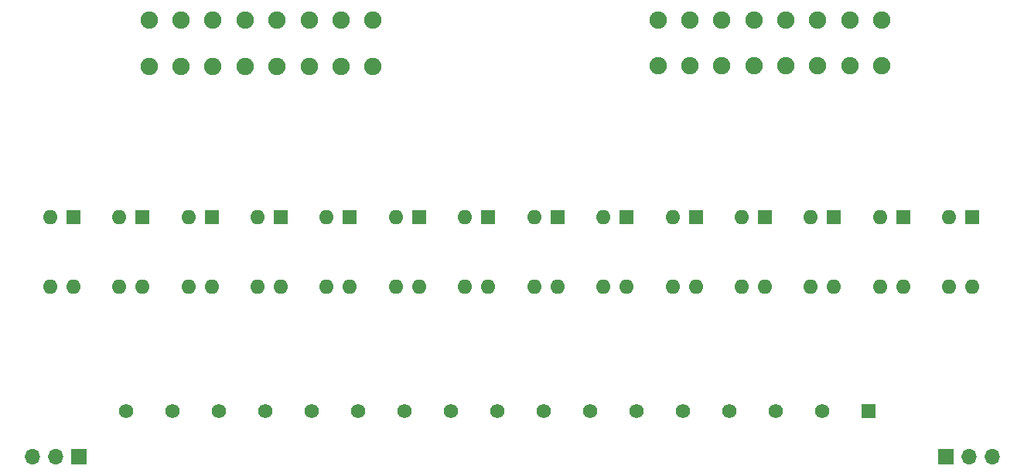
<source format=gbr>
%TF.GenerationSoftware,KiCad,Pcbnew,8.0.7*%
%TF.CreationDate,2025-04-06T16:58:41-05:00*%
%TF.ProjectId,inputs,696e7075-7473-42e6-9b69-6361645f7063,rev?*%
%TF.SameCoordinates,Original*%
%TF.FileFunction,Soldermask,Bot*%
%TF.FilePolarity,Negative*%
%FSLAX46Y46*%
G04 Gerber Fmt 4.6, Leading zero omitted, Abs format (unit mm)*
G04 Created by KiCad (PCBNEW 8.0.7) date 2025-04-06 16:58:41*
%MOMM*%
%LPD*%
G01*
G04 APERTURE LIST*
G04 Aperture macros list*
%AMRoundRect*
0 Rectangle with rounded corners*
0 $1 Rounding radius*
0 $2 $3 $4 $5 $6 $7 $8 $9 X,Y pos of 4 corners*
0 Add a 4 corners polygon primitive as box body*
4,1,4,$2,$3,$4,$5,$6,$7,$8,$9,$2,$3,0*
0 Add four circle primitives for the rounded corners*
1,1,$1+$1,$2,$3*
1,1,$1+$1,$4,$5*
1,1,$1+$1,$6,$7*
1,1,$1+$1,$8,$9*
0 Add four rect primitives between the rounded corners*
20,1,$1+$1,$2,$3,$4,$5,0*
20,1,$1+$1,$4,$5,$6,$7,0*
20,1,$1+$1,$6,$7,$8,$9,0*
20,1,$1+$1,$8,$9,$2,$3,0*%
G04 Aperture macros list end*
%ADD10R,1.600000X1.600000*%
%ADD11O,1.600000X1.600000*%
%ADD12RoundRect,0.102000X-0.685000X-0.685000X0.685000X-0.685000X0.685000X0.685000X-0.685000X0.685000X0*%
%ADD13C,1.574000*%
%ADD14R,1.700000X1.700000*%
%ADD15O,1.700000X1.700000*%
%ADD16C,1.900000*%
G04 APERTURE END LIST*
D10*
%TO.C,U13*%
X214863076Y-77742500D03*
D11*
X212323076Y-77742500D03*
X212323076Y-85362500D03*
X214863076Y-85362500D03*
%TD*%
D10*
%TO.C,U6*%
X161859615Y-77742500D03*
D11*
X159319615Y-77742500D03*
X159319615Y-85362500D03*
X161859615Y-85362500D03*
%TD*%
D10*
%TO.C,U14*%
X222435000Y-77742500D03*
D11*
X219895000Y-77742500D03*
X219895000Y-85362500D03*
X222435000Y-85362500D03*
%TD*%
D12*
%TO.C,J4*%
X211050000Y-99000000D03*
D13*
X205970000Y-99000000D03*
X200890000Y-99000000D03*
X195810000Y-99000000D03*
X190730000Y-99000000D03*
X185650000Y-99000000D03*
X180570000Y-99000000D03*
X175490000Y-99000000D03*
X170410000Y-99000000D03*
X165330000Y-99000000D03*
X160250000Y-99000000D03*
X155170000Y-99000000D03*
X150090000Y-99000000D03*
X145010000Y-99000000D03*
X139930000Y-99000000D03*
X134850000Y-99000000D03*
X129770000Y-99000000D03*
%TD*%
D10*
%TO.C,U9*%
X184575384Y-77742500D03*
D11*
X182035384Y-77742500D03*
X182035384Y-85362500D03*
X184575384Y-85362500D03*
%TD*%
D10*
%TO.C,U10*%
X192147307Y-77742500D03*
D11*
X189607307Y-77742500D03*
X189607307Y-85362500D03*
X192147307Y-85362500D03*
%TD*%
D10*
%TO.C,U12*%
X207291153Y-77742500D03*
D11*
X204751153Y-77742500D03*
X204751153Y-85362500D03*
X207291153Y-85362500D03*
%TD*%
D14*
%TO.C,J2*%
X219500000Y-104000000D03*
D15*
X222040000Y-104000000D03*
X224580000Y-104000000D03*
%TD*%
D14*
%TO.C,J1*%
X124580000Y-104000000D03*
D15*
X122040000Y-104000000D03*
X119500000Y-104000000D03*
%TD*%
D16*
%TO.C,J5*%
X156804904Y-61180799D03*
X156804904Y-56180799D03*
X153304903Y-61180799D03*
X153304903Y-56180799D03*
X149804902Y-61180799D03*
X149804902Y-56180799D03*
X146304902Y-61180799D03*
X146304902Y-56180799D03*
X142804901Y-61180799D03*
X142804901Y-56180799D03*
X139304901Y-61180799D03*
X139304901Y-56180799D03*
X135804900Y-61180799D03*
X135804900Y-56180799D03*
X132304899Y-61180799D03*
X132304899Y-56180799D03*
%TD*%
D10*
%TO.C,U7*%
X169431538Y-77742500D03*
D11*
X166891538Y-77742500D03*
X166891538Y-85362500D03*
X169431538Y-85362500D03*
%TD*%
D10*
%TO.C,U8*%
X177003461Y-77742500D03*
D11*
X174463461Y-77742500D03*
X174463461Y-85362500D03*
X177003461Y-85362500D03*
%TD*%
D10*
%TO.C,U11*%
X199719230Y-77742500D03*
D11*
X197179230Y-77742500D03*
X197179230Y-85362500D03*
X199719230Y-85362500D03*
%TD*%
D10*
%TO.C,U5*%
X154287692Y-77742500D03*
D11*
X151747692Y-77742500D03*
X151747692Y-85362500D03*
X154287692Y-85362500D03*
%TD*%
D10*
%TO.C,U1*%
X124000000Y-77742500D03*
D11*
X121460000Y-77742500D03*
X121460000Y-85362500D03*
X124000000Y-85362500D03*
%TD*%
D10*
%TO.C,U3*%
X139143846Y-77742500D03*
D11*
X136603846Y-77742500D03*
X136603846Y-85362500D03*
X139143846Y-85362500D03*
%TD*%
D10*
%TO.C,U2*%
X131571923Y-77742500D03*
D11*
X129031923Y-77742500D03*
X129031923Y-85362500D03*
X131571923Y-85362500D03*
%TD*%
D10*
%TO.C,U4*%
X146715769Y-77742500D03*
D11*
X144175769Y-77742500D03*
X144175769Y-85362500D03*
X146715769Y-85362500D03*
%TD*%
D16*
%TO.C,J6*%
X212500000Y-61150399D03*
X212500000Y-56150399D03*
X208999999Y-61150399D03*
X208999999Y-56150399D03*
X205499998Y-61150399D03*
X205499998Y-56150399D03*
X201999998Y-61150399D03*
X201999998Y-56150399D03*
X198499997Y-61150399D03*
X198499997Y-56150399D03*
X194999997Y-61150399D03*
X194999997Y-56150399D03*
X191499996Y-61150399D03*
X191499996Y-56150399D03*
X187999995Y-61150399D03*
X187999995Y-56150399D03*
%TD*%
M02*

</source>
